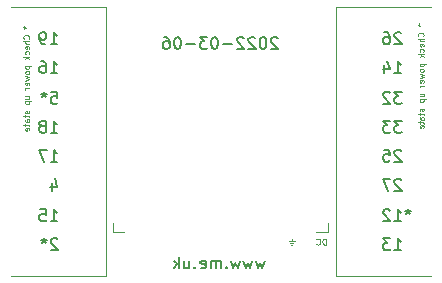
<source format=gbr>
%TF.GenerationSoftware,KiCad,Pcbnew,(6.0.10-0)*%
%TF.CreationDate,2023-01-05T15:56:50+00:00*%
%TF.ProjectId,Generic2,47656e65-7269-4633-922e-6b696361645f,1*%
%TF.SameCoordinates,Original*%
%TF.FileFunction,Legend,Bot*%
%TF.FilePolarity,Positive*%
%FSLAX46Y46*%
G04 Gerber Fmt 4.6, Leading zero omitted, Abs format (unit mm)*
G04 Created by KiCad (PCBNEW (6.0.10-0)) date 2023-01-05 15:56:50*
%MOMM*%
%LPD*%
G01*
G04 APERTURE LIST*
%ADD10C,0.150000*%
%ADD11C,0.100000*%
%ADD12C,0.080000*%
%ADD13C,0.120000*%
G04 APERTURE END LIST*
D10*
X163011785Y-99547619D02*
X162964166Y-99500000D01*
X162868928Y-99452380D01*
X162630833Y-99452380D01*
X162535595Y-99500000D01*
X162487976Y-99547619D01*
X162440357Y-99642857D01*
X162440357Y-99738095D01*
X162487976Y-99880952D01*
X163059404Y-100452380D01*
X162440357Y-100452380D01*
X161535595Y-99452380D02*
X162011785Y-99452380D01*
X162059404Y-99928571D01*
X162011785Y-99880952D01*
X161916547Y-99833333D01*
X161678452Y-99833333D01*
X161583214Y-99880952D01*
X161535595Y-99928571D01*
X161487976Y-100023809D01*
X161487976Y-100261904D01*
X161535595Y-100357142D01*
X161583214Y-100404761D01*
X161678452Y-100452380D01*
X161916547Y-100452380D01*
X162011785Y-100404761D01*
X162059404Y-100357142D01*
X133340595Y-105502380D02*
X133912023Y-105502380D01*
X133626309Y-105502380D02*
X133626309Y-104502380D01*
X133721547Y-104645238D01*
X133816785Y-104740476D01*
X133912023Y-104788095D01*
X132435833Y-104502380D02*
X132912023Y-104502380D01*
X132959642Y-104978571D01*
X132912023Y-104930952D01*
X132816785Y-104883333D01*
X132578690Y-104883333D01*
X132483452Y-104930952D01*
X132435833Y-104978571D01*
X132388214Y-105073809D01*
X132388214Y-105311904D01*
X132435833Y-105407142D01*
X132483452Y-105454761D01*
X132578690Y-105502380D01*
X132816785Y-105502380D01*
X132912023Y-105454761D01*
X132959642Y-105407142D01*
X133340595Y-92952380D02*
X133912023Y-92952380D01*
X133626309Y-92952380D02*
X133626309Y-91952380D01*
X133721547Y-92095238D01*
X133816785Y-92190476D01*
X133912023Y-92238095D01*
X132483452Y-91952380D02*
X132673928Y-91952380D01*
X132769166Y-92000000D01*
X132816785Y-92047619D01*
X132912023Y-92190476D01*
X132959642Y-92380952D01*
X132959642Y-92761904D01*
X132912023Y-92857142D01*
X132864404Y-92904761D01*
X132769166Y-92952380D01*
X132578690Y-92952380D01*
X132483452Y-92904761D01*
X132435833Y-92857142D01*
X132388214Y-92761904D01*
X132388214Y-92523809D01*
X132435833Y-92428571D01*
X132483452Y-92380952D01*
X132578690Y-92333333D01*
X132769166Y-92333333D01*
X132864404Y-92380952D01*
X132912023Y-92428571D01*
X132959642Y-92523809D01*
X133388214Y-94552380D02*
X133864404Y-94552380D01*
X133912023Y-95028571D01*
X133864404Y-94980952D01*
X133769166Y-94933333D01*
X133531071Y-94933333D01*
X133435833Y-94980952D01*
X133388214Y-95028571D01*
X133340595Y-95123809D01*
X133340595Y-95361904D01*
X133388214Y-95457142D01*
X133435833Y-95504761D01*
X133531071Y-95552380D01*
X133769166Y-95552380D01*
X133864404Y-95504761D01*
X133912023Y-95457142D01*
X132769166Y-94552380D02*
X132769166Y-94790476D01*
X133007261Y-94695238D02*
X132769166Y-94790476D01*
X132531071Y-94695238D01*
X132912023Y-94980952D02*
X132769166Y-94790476D01*
X132626309Y-94980952D01*
X162440357Y-92952380D02*
X163011785Y-92952380D01*
X162726071Y-92952380D02*
X162726071Y-91952380D01*
X162821309Y-92095238D01*
X162916547Y-92190476D01*
X163011785Y-92238095D01*
X161583214Y-92285714D02*
X161583214Y-92952380D01*
X161821309Y-91904761D02*
X162059404Y-92619047D01*
X161440357Y-92619047D01*
D11*
X164426190Y-88866666D02*
X164545238Y-88866666D01*
X164497619Y-88747619D02*
X164545238Y-88866666D01*
X164497619Y-88985714D01*
X164640476Y-88795238D02*
X164545238Y-88866666D01*
X164640476Y-88938095D01*
X164878571Y-89842857D02*
X164902380Y-89819047D01*
X164926190Y-89747619D01*
X164926190Y-89700000D01*
X164902380Y-89628571D01*
X164854761Y-89580952D01*
X164807142Y-89557142D01*
X164711904Y-89533333D01*
X164640476Y-89533333D01*
X164545238Y-89557142D01*
X164497619Y-89580952D01*
X164450000Y-89628571D01*
X164426190Y-89700000D01*
X164426190Y-89747619D01*
X164450000Y-89819047D01*
X164473809Y-89842857D01*
X164926190Y-90057142D02*
X164426190Y-90057142D01*
X164926190Y-90271428D02*
X164664285Y-90271428D01*
X164616666Y-90247619D01*
X164592857Y-90200000D01*
X164592857Y-90128571D01*
X164616666Y-90080952D01*
X164640476Y-90057142D01*
X164902380Y-90700000D02*
X164926190Y-90652380D01*
X164926190Y-90557142D01*
X164902380Y-90509523D01*
X164854761Y-90485714D01*
X164664285Y-90485714D01*
X164616666Y-90509523D01*
X164592857Y-90557142D01*
X164592857Y-90652380D01*
X164616666Y-90700000D01*
X164664285Y-90723809D01*
X164711904Y-90723809D01*
X164759523Y-90485714D01*
X164902380Y-91152380D02*
X164926190Y-91104761D01*
X164926190Y-91009523D01*
X164902380Y-90961904D01*
X164878571Y-90938095D01*
X164830952Y-90914285D01*
X164688095Y-90914285D01*
X164640476Y-90938095D01*
X164616666Y-90961904D01*
X164592857Y-91009523D01*
X164592857Y-91104761D01*
X164616666Y-91152380D01*
X164926190Y-91366666D02*
X164426190Y-91366666D01*
X164735714Y-91414285D02*
X164926190Y-91557142D01*
X164592857Y-91557142D02*
X164783333Y-91366666D01*
X164592857Y-92152380D02*
X165092857Y-92152380D01*
X164616666Y-92152380D02*
X164592857Y-92200000D01*
X164592857Y-92295238D01*
X164616666Y-92342857D01*
X164640476Y-92366666D01*
X164688095Y-92390476D01*
X164830952Y-92390476D01*
X164878571Y-92366666D01*
X164902380Y-92342857D01*
X164926190Y-92295238D01*
X164926190Y-92200000D01*
X164902380Y-92152380D01*
X164926190Y-92676190D02*
X164902380Y-92628571D01*
X164878571Y-92604761D01*
X164830952Y-92580952D01*
X164688095Y-92580952D01*
X164640476Y-92604761D01*
X164616666Y-92628571D01*
X164592857Y-92676190D01*
X164592857Y-92747619D01*
X164616666Y-92795238D01*
X164640476Y-92819047D01*
X164688095Y-92842857D01*
X164830952Y-92842857D01*
X164878571Y-92819047D01*
X164902380Y-92795238D01*
X164926190Y-92747619D01*
X164926190Y-92676190D01*
X164592857Y-93009523D02*
X164926190Y-93104761D01*
X164688095Y-93200000D01*
X164926190Y-93295238D01*
X164592857Y-93390476D01*
X164902380Y-93771428D02*
X164926190Y-93723809D01*
X164926190Y-93628571D01*
X164902380Y-93580952D01*
X164854761Y-93557142D01*
X164664285Y-93557142D01*
X164616666Y-93580952D01*
X164592857Y-93628571D01*
X164592857Y-93723809D01*
X164616666Y-93771428D01*
X164664285Y-93795238D01*
X164711904Y-93795238D01*
X164759523Y-93557142D01*
X164926190Y-94009523D02*
X164592857Y-94009523D01*
X164688095Y-94009523D02*
X164640476Y-94033333D01*
X164616666Y-94057142D01*
X164592857Y-94104761D01*
X164592857Y-94152380D01*
X164592857Y-94914285D02*
X164926190Y-94914285D01*
X164592857Y-94700000D02*
X164854761Y-94700000D01*
X164902380Y-94723809D01*
X164926190Y-94771428D01*
X164926190Y-94842857D01*
X164902380Y-94890476D01*
X164878571Y-94914285D01*
X164592857Y-95152380D02*
X165092857Y-95152380D01*
X164616666Y-95152380D02*
X164592857Y-95200000D01*
X164592857Y-95295238D01*
X164616666Y-95342857D01*
X164640476Y-95366666D01*
X164688095Y-95390476D01*
X164830952Y-95390476D01*
X164878571Y-95366666D01*
X164902380Y-95342857D01*
X164926190Y-95295238D01*
X164926190Y-95200000D01*
X164902380Y-95152380D01*
X164902380Y-95961904D02*
X164926190Y-96009523D01*
X164926190Y-96104761D01*
X164902380Y-96152380D01*
X164854761Y-96176190D01*
X164830952Y-96176190D01*
X164783333Y-96152380D01*
X164759523Y-96104761D01*
X164759523Y-96033333D01*
X164735714Y-95985714D01*
X164688095Y-95961904D01*
X164664285Y-95961904D01*
X164616666Y-95985714D01*
X164592857Y-96033333D01*
X164592857Y-96104761D01*
X164616666Y-96152380D01*
X164592857Y-96319047D02*
X164592857Y-96509523D01*
X164426190Y-96390476D02*
X164854761Y-96390476D01*
X164902380Y-96414285D01*
X164926190Y-96461904D01*
X164926190Y-96509523D01*
X164926190Y-96890476D02*
X164664285Y-96890476D01*
X164616666Y-96866666D01*
X164592857Y-96819047D01*
X164592857Y-96723809D01*
X164616666Y-96676190D01*
X164902380Y-96890476D02*
X164926190Y-96842857D01*
X164926190Y-96723809D01*
X164902380Y-96676190D01*
X164854761Y-96652380D01*
X164807142Y-96652380D01*
X164759523Y-96676190D01*
X164735714Y-96723809D01*
X164735714Y-96842857D01*
X164711904Y-96890476D01*
X164592857Y-97057142D02*
X164592857Y-97247619D01*
X164426190Y-97128571D02*
X164854761Y-97128571D01*
X164902380Y-97152380D01*
X164926190Y-97200000D01*
X164926190Y-97247619D01*
X164902380Y-97604761D02*
X164926190Y-97557142D01*
X164926190Y-97461904D01*
X164902380Y-97414285D01*
X164854761Y-97390476D01*
X164664285Y-97390476D01*
X164616666Y-97414285D01*
X164592857Y-97461904D01*
X164592857Y-97557142D01*
X164616666Y-97604761D01*
X164664285Y-97628571D01*
X164711904Y-97628571D01*
X164759523Y-97390476D01*
D12*
X156630952Y-107476190D02*
X156630952Y-106976190D01*
X156511904Y-106976190D01*
X156440476Y-107000000D01*
X156392857Y-107047619D01*
X156369047Y-107095238D01*
X156345238Y-107190476D01*
X156345238Y-107261904D01*
X156369047Y-107357142D01*
X156392857Y-107404761D01*
X156440476Y-107452380D01*
X156511904Y-107476190D01*
X156630952Y-107476190D01*
X155845238Y-107428571D02*
X155869047Y-107452380D01*
X155940476Y-107476190D01*
X155988095Y-107476190D01*
X156059523Y-107452380D01*
X156107142Y-107404761D01*
X156130952Y-107357142D01*
X156154761Y-107261904D01*
X156154761Y-107190476D01*
X156130952Y-107095238D01*
X156107142Y-107047619D01*
X156059523Y-107000000D01*
X155988095Y-106976190D01*
X155940476Y-106976190D01*
X155869047Y-107000000D01*
X155845238Y-107023809D01*
D10*
X163011785Y-89597619D02*
X162964166Y-89550000D01*
X162868928Y-89502380D01*
X162630833Y-89502380D01*
X162535595Y-89550000D01*
X162487976Y-89597619D01*
X162440357Y-89692857D01*
X162440357Y-89788095D01*
X162487976Y-89930952D01*
X163059404Y-90502380D01*
X162440357Y-90502380D01*
X161583214Y-89502380D02*
X161773690Y-89502380D01*
X161868928Y-89550000D01*
X161916547Y-89597619D01*
X162011785Y-89740476D01*
X162059404Y-89930952D01*
X162059404Y-90311904D01*
X162011785Y-90407142D01*
X161964166Y-90454761D01*
X161868928Y-90502380D01*
X161678452Y-90502380D01*
X161583214Y-90454761D01*
X161535595Y-90407142D01*
X161487976Y-90311904D01*
X161487976Y-90073809D01*
X161535595Y-89978571D01*
X161583214Y-89930952D01*
X161678452Y-89883333D01*
X161868928Y-89883333D01*
X161964166Y-89930952D01*
X162011785Y-89978571D01*
X162059404Y-90073809D01*
X152557142Y-89997619D02*
X152509523Y-89950000D01*
X152414285Y-89902380D01*
X152176190Y-89902380D01*
X152080952Y-89950000D01*
X152033333Y-89997619D01*
X151985714Y-90092857D01*
X151985714Y-90188095D01*
X152033333Y-90330952D01*
X152604761Y-90902380D01*
X151985714Y-90902380D01*
X151366666Y-89902380D02*
X151271428Y-89902380D01*
X151176190Y-89950000D01*
X151128571Y-89997619D01*
X151080952Y-90092857D01*
X151033333Y-90283333D01*
X151033333Y-90521428D01*
X151080952Y-90711904D01*
X151128571Y-90807142D01*
X151176190Y-90854761D01*
X151271428Y-90902380D01*
X151366666Y-90902380D01*
X151461904Y-90854761D01*
X151509523Y-90807142D01*
X151557142Y-90711904D01*
X151604761Y-90521428D01*
X151604761Y-90283333D01*
X151557142Y-90092857D01*
X151509523Y-89997619D01*
X151461904Y-89950000D01*
X151366666Y-89902380D01*
X150652380Y-89997619D02*
X150604761Y-89950000D01*
X150509523Y-89902380D01*
X150271428Y-89902380D01*
X150176190Y-89950000D01*
X150128571Y-89997619D01*
X150080952Y-90092857D01*
X150080952Y-90188095D01*
X150128571Y-90330952D01*
X150700000Y-90902380D01*
X150080952Y-90902380D01*
X149700000Y-89997619D02*
X149652380Y-89950000D01*
X149557142Y-89902380D01*
X149319047Y-89902380D01*
X149223809Y-89950000D01*
X149176190Y-89997619D01*
X149128571Y-90092857D01*
X149128571Y-90188095D01*
X149176190Y-90330952D01*
X149747619Y-90902380D01*
X149128571Y-90902380D01*
X148700000Y-90521428D02*
X147938095Y-90521428D01*
X147271428Y-89902380D02*
X147176190Y-89902380D01*
X147080952Y-89950000D01*
X147033333Y-89997619D01*
X146985714Y-90092857D01*
X146938095Y-90283333D01*
X146938095Y-90521428D01*
X146985714Y-90711904D01*
X147033333Y-90807142D01*
X147080952Y-90854761D01*
X147176190Y-90902380D01*
X147271428Y-90902380D01*
X147366666Y-90854761D01*
X147414285Y-90807142D01*
X147461904Y-90711904D01*
X147509523Y-90521428D01*
X147509523Y-90283333D01*
X147461904Y-90092857D01*
X147414285Y-89997619D01*
X147366666Y-89950000D01*
X147271428Y-89902380D01*
X146604761Y-89902380D02*
X145985714Y-89902380D01*
X146319047Y-90283333D01*
X146176190Y-90283333D01*
X146080952Y-90330952D01*
X146033333Y-90378571D01*
X145985714Y-90473809D01*
X145985714Y-90711904D01*
X146033333Y-90807142D01*
X146080952Y-90854761D01*
X146176190Y-90902380D01*
X146461904Y-90902380D01*
X146557142Y-90854761D01*
X146604761Y-90807142D01*
X145557142Y-90521428D02*
X144795238Y-90521428D01*
X144128571Y-89902380D02*
X144033333Y-89902380D01*
X143938095Y-89950000D01*
X143890476Y-89997619D01*
X143842857Y-90092857D01*
X143795238Y-90283333D01*
X143795238Y-90521428D01*
X143842857Y-90711904D01*
X143890476Y-90807142D01*
X143938095Y-90854761D01*
X144033333Y-90902380D01*
X144128571Y-90902380D01*
X144223809Y-90854761D01*
X144271428Y-90807142D01*
X144319047Y-90711904D01*
X144366666Y-90521428D01*
X144366666Y-90283333D01*
X144319047Y-90092857D01*
X144271428Y-89997619D01*
X144223809Y-89950000D01*
X144128571Y-89902380D01*
X142938095Y-89902380D02*
X143128571Y-89902380D01*
X143223809Y-89950000D01*
X143271428Y-89997619D01*
X143366666Y-90140476D01*
X143414285Y-90330952D01*
X143414285Y-90711904D01*
X143366666Y-90807142D01*
X143319047Y-90854761D01*
X143223809Y-90902380D01*
X143033333Y-90902380D01*
X142938095Y-90854761D01*
X142890476Y-90807142D01*
X142842857Y-90711904D01*
X142842857Y-90473809D01*
X142890476Y-90378571D01*
X142938095Y-90330952D01*
X143033333Y-90283333D01*
X143223809Y-90283333D01*
X143319047Y-90330952D01*
X143366666Y-90378571D01*
X143414285Y-90473809D01*
X163059404Y-94552380D02*
X162440357Y-94552380D01*
X162773690Y-94933333D01*
X162630833Y-94933333D01*
X162535595Y-94980952D01*
X162487976Y-95028571D01*
X162440357Y-95123809D01*
X162440357Y-95361904D01*
X162487976Y-95457142D01*
X162535595Y-95504761D01*
X162630833Y-95552380D01*
X162916547Y-95552380D01*
X163011785Y-95504761D01*
X163059404Y-95457142D01*
X162059404Y-94647619D02*
X162011785Y-94600000D01*
X161916547Y-94552380D01*
X161678452Y-94552380D01*
X161583214Y-94600000D01*
X161535595Y-94647619D01*
X161487976Y-94742857D01*
X161487976Y-94838095D01*
X161535595Y-94980952D01*
X162107023Y-95552380D01*
X161487976Y-95552380D01*
X163011785Y-101997619D02*
X162964166Y-101950000D01*
X162868928Y-101902380D01*
X162630833Y-101902380D01*
X162535595Y-101950000D01*
X162487976Y-101997619D01*
X162440357Y-102092857D01*
X162440357Y-102188095D01*
X162487976Y-102330952D01*
X163059404Y-102902380D01*
X162440357Y-102902380D01*
X162107023Y-101902380D02*
X161440357Y-101902380D01*
X161868928Y-102902380D01*
X162440357Y-107952380D02*
X163011785Y-107952380D01*
X162726071Y-107952380D02*
X162726071Y-106952380D01*
X162821309Y-107095238D01*
X162916547Y-107190476D01*
X163011785Y-107238095D01*
X162107023Y-106952380D02*
X161487976Y-106952380D01*
X161821309Y-107333333D01*
X161678452Y-107333333D01*
X161583214Y-107380952D01*
X161535595Y-107428571D01*
X161487976Y-107523809D01*
X161487976Y-107761904D01*
X161535595Y-107857142D01*
X161583214Y-107904761D01*
X161678452Y-107952380D01*
X161964166Y-107952380D01*
X162059404Y-107904761D01*
X162107023Y-107857142D01*
X151457142Y-108835714D02*
X151266666Y-109502380D01*
X151076190Y-109026190D01*
X150885714Y-109502380D01*
X150695238Y-108835714D01*
X150409523Y-108835714D02*
X150219047Y-109502380D01*
X150028571Y-109026190D01*
X149838095Y-109502380D01*
X149647619Y-108835714D01*
X149361904Y-108835714D02*
X149171428Y-109502380D01*
X148980952Y-109026190D01*
X148790476Y-109502380D01*
X148600000Y-108835714D01*
X148219047Y-109407142D02*
X148171428Y-109454761D01*
X148219047Y-109502380D01*
X148266666Y-109454761D01*
X148219047Y-109407142D01*
X148219047Y-109502380D01*
X147742857Y-109502380D02*
X147742857Y-108835714D01*
X147742857Y-108930952D02*
X147695238Y-108883333D01*
X147600000Y-108835714D01*
X147457142Y-108835714D01*
X147361904Y-108883333D01*
X147314285Y-108978571D01*
X147314285Y-109502380D01*
X147314285Y-108978571D02*
X147266666Y-108883333D01*
X147171428Y-108835714D01*
X147028571Y-108835714D01*
X146933333Y-108883333D01*
X146885714Y-108978571D01*
X146885714Y-109502380D01*
X146028571Y-109454761D02*
X146123809Y-109502380D01*
X146314285Y-109502380D01*
X146409523Y-109454761D01*
X146457142Y-109359523D01*
X146457142Y-108978571D01*
X146409523Y-108883333D01*
X146314285Y-108835714D01*
X146123809Y-108835714D01*
X146028571Y-108883333D01*
X145980952Y-108978571D01*
X145980952Y-109073809D01*
X146457142Y-109169047D01*
X145552380Y-109407142D02*
X145504761Y-109454761D01*
X145552380Y-109502380D01*
X145600000Y-109454761D01*
X145552380Y-109407142D01*
X145552380Y-109502380D01*
X144647619Y-108835714D02*
X144647619Y-109502380D01*
X145076190Y-108835714D02*
X145076190Y-109359523D01*
X145028571Y-109454761D01*
X144933333Y-109502380D01*
X144790476Y-109502380D01*
X144695238Y-109454761D01*
X144647619Y-109407142D01*
X144171428Y-109502380D02*
X144171428Y-108502380D01*
X144076190Y-109121428D02*
X143790476Y-109502380D01*
X143790476Y-108835714D02*
X144171428Y-109216666D01*
X163059404Y-97002380D02*
X162440357Y-97002380D01*
X162773690Y-97383333D01*
X162630833Y-97383333D01*
X162535595Y-97430952D01*
X162487976Y-97478571D01*
X162440357Y-97573809D01*
X162440357Y-97811904D01*
X162487976Y-97907142D01*
X162535595Y-97954761D01*
X162630833Y-98002380D01*
X162916547Y-98002380D01*
X163011785Y-97954761D01*
X163059404Y-97907142D01*
X162107023Y-97002380D02*
X161487976Y-97002380D01*
X161821309Y-97383333D01*
X161678452Y-97383333D01*
X161583214Y-97430952D01*
X161535595Y-97478571D01*
X161487976Y-97573809D01*
X161487976Y-97811904D01*
X161535595Y-97907142D01*
X161583214Y-97954761D01*
X161678452Y-98002380D01*
X161964166Y-98002380D01*
X162059404Y-97954761D01*
X162107023Y-97907142D01*
X133340595Y-98002380D02*
X133912023Y-98002380D01*
X133626309Y-98002380D02*
X133626309Y-97002380D01*
X133721547Y-97145238D01*
X133816785Y-97240476D01*
X133912023Y-97288095D01*
X132769166Y-97430952D02*
X132864404Y-97383333D01*
X132912023Y-97335714D01*
X132959642Y-97240476D01*
X132959642Y-97192857D01*
X132912023Y-97097619D01*
X132864404Y-97050000D01*
X132769166Y-97002380D01*
X132578690Y-97002380D01*
X132483452Y-97050000D01*
X132435833Y-97097619D01*
X132388214Y-97192857D01*
X132388214Y-97240476D01*
X132435833Y-97335714D01*
X132483452Y-97383333D01*
X132578690Y-97430952D01*
X132769166Y-97430952D01*
X132864404Y-97478571D01*
X132912023Y-97526190D01*
X132959642Y-97621428D01*
X132959642Y-97811904D01*
X132912023Y-97907142D01*
X132864404Y-97954761D01*
X132769166Y-98002380D01*
X132578690Y-98002380D01*
X132483452Y-97954761D01*
X132435833Y-97907142D01*
X132388214Y-97811904D01*
X132388214Y-97621428D01*
X132435833Y-97526190D01*
X132483452Y-97478571D01*
X132578690Y-97430952D01*
D11*
X131026190Y-89066666D02*
X131145238Y-89066666D01*
X131097619Y-88947619D02*
X131145238Y-89066666D01*
X131097619Y-89185714D01*
X131240476Y-88995238D02*
X131145238Y-89066666D01*
X131240476Y-89138095D01*
X131478571Y-90042857D02*
X131502380Y-90019047D01*
X131526190Y-89947619D01*
X131526190Y-89900000D01*
X131502380Y-89828571D01*
X131454761Y-89780952D01*
X131407142Y-89757142D01*
X131311904Y-89733333D01*
X131240476Y-89733333D01*
X131145238Y-89757142D01*
X131097619Y-89780952D01*
X131050000Y-89828571D01*
X131026190Y-89900000D01*
X131026190Y-89947619D01*
X131050000Y-90019047D01*
X131073809Y-90042857D01*
X131526190Y-90257142D02*
X131026190Y-90257142D01*
X131526190Y-90471428D02*
X131264285Y-90471428D01*
X131216666Y-90447619D01*
X131192857Y-90400000D01*
X131192857Y-90328571D01*
X131216666Y-90280952D01*
X131240476Y-90257142D01*
X131502380Y-90900000D02*
X131526190Y-90852380D01*
X131526190Y-90757142D01*
X131502380Y-90709523D01*
X131454761Y-90685714D01*
X131264285Y-90685714D01*
X131216666Y-90709523D01*
X131192857Y-90757142D01*
X131192857Y-90852380D01*
X131216666Y-90900000D01*
X131264285Y-90923809D01*
X131311904Y-90923809D01*
X131359523Y-90685714D01*
X131502380Y-91352380D02*
X131526190Y-91304761D01*
X131526190Y-91209523D01*
X131502380Y-91161904D01*
X131478571Y-91138095D01*
X131430952Y-91114285D01*
X131288095Y-91114285D01*
X131240476Y-91138095D01*
X131216666Y-91161904D01*
X131192857Y-91209523D01*
X131192857Y-91304761D01*
X131216666Y-91352380D01*
X131526190Y-91566666D02*
X131026190Y-91566666D01*
X131335714Y-91614285D02*
X131526190Y-91757142D01*
X131192857Y-91757142D02*
X131383333Y-91566666D01*
X131192857Y-92352380D02*
X131692857Y-92352380D01*
X131216666Y-92352380D02*
X131192857Y-92400000D01*
X131192857Y-92495238D01*
X131216666Y-92542857D01*
X131240476Y-92566666D01*
X131288095Y-92590476D01*
X131430952Y-92590476D01*
X131478571Y-92566666D01*
X131502380Y-92542857D01*
X131526190Y-92495238D01*
X131526190Y-92400000D01*
X131502380Y-92352380D01*
X131526190Y-92876190D02*
X131502380Y-92828571D01*
X131478571Y-92804761D01*
X131430952Y-92780952D01*
X131288095Y-92780952D01*
X131240476Y-92804761D01*
X131216666Y-92828571D01*
X131192857Y-92876190D01*
X131192857Y-92947619D01*
X131216666Y-92995238D01*
X131240476Y-93019047D01*
X131288095Y-93042857D01*
X131430952Y-93042857D01*
X131478571Y-93019047D01*
X131502380Y-92995238D01*
X131526190Y-92947619D01*
X131526190Y-92876190D01*
X131192857Y-93209523D02*
X131526190Y-93304761D01*
X131288095Y-93400000D01*
X131526190Y-93495238D01*
X131192857Y-93590476D01*
X131502380Y-93971428D02*
X131526190Y-93923809D01*
X131526190Y-93828571D01*
X131502380Y-93780952D01*
X131454761Y-93757142D01*
X131264285Y-93757142D01*
X131216666Y-93780952D01*
X131192857Y-93828571D01*
X131192857Y-93923809D01*
X131216666Y-93971428D01*
X131264285Y-93995238D01*
X131311904Y-93995238D01*
X131359523Y-93757142D01*
X131526190Y-94209523D02*
X131192857Y-94209523D01*
X131288095Y-94209523D02*
X131240476Y-94233333D01*
X131216666Y-94257142D01*
X131192857Y-94304761D01*
X131192857Y-94352380D01*
X131192857Y-95114285D02*
X131526190Y-95114285D01*
X131192857Y-94900000D02*
X131454761Y-94900000D01*
X131502380Y-94923809D01*
X131526190Y-94971428D01*
X131526190Y-95042857D01*
X131502380Y-95090476D01*
X131478571Y-95114285D01*
X131192857Y-95352380D02*
X131692857Y-95352380D01*
X131216666Y-95352380D02*
X131192857Y-95400000D01*
X131192857Y-95495238D01*
X131216666Y-95542857D01*
X131240476Y-95566666D01*
X131288095Y-95590476D01*
X131430952Y-95590476D01*
X131478571Y-95566666D01*
X131502380Y-95542857D01*
X131526190Y-95495238D01*
X131526190Y-95400000D01*
X131502380Y-95352380D01*
X131502380Y-96161904D02*
X131526190Y-96209523D01*
X131526190Y-96304761D01*
X131502380Y-96352380D01*
X131454761Y-96376190D01*
X131430952Y-96376190D01*
X131383333Y-96352380D01*
X131359523Y-96304761D01*
X131359523Y-96233333D01*
X131335714Y-96185714D01*
X131288095Y-96161904D01*
X131264285Y-96161904D01*
X131216666Y-96185714D01*
X131192857Y-96233333D01*
X131192857Y-96304761D01*
X131216666Y-96352380D01*
X131192857Y-96519047D02*
X131192857Y-96709523D01*
X131026190Y-96590476D02*
X131454761Y-96590476D01*
X131502380Y-96614285D01*
X131526190Y-96661904D01*
X131526190Y-96709523D01*
X131526190Y-97090476D02*
X131264285Y-97090476D01*
X131216666Y-97066666D01*
X131192857Y-97019047D01*
X131192857Y-96923809D01*
X131216666Y-96876190D01*
X131502380Y-97090476D02*
X131526190Y-97042857D01*
X131526190Y-96923809D01*
X131502380Y-96876190D01*
X131454761Y-96852380D01*
X131407142Y-96852380D01*
X131359523Y-96876190D01*
X131335714Y-96923809D01*
X131335714Y-97042857D01*
X131311904Y-97090476D01*
X131192857Y-97257142D02*
X131192857Y-97447619D01*
X131026190Y-97328571D02*
X131454761Y-97328571D01*
X131502380Y-97352380D01*
X131526190Y-97400000D01*
X131526190Y-97447619D01*
X131502380Y-97804761D02*
X131526190Y-97757142D01*
X131526190Y-97661904D01*
X131502380Y-97614285D01*
X131454761Y-97590476D01*
X131264285Y-97590476D01*
X131216666Y-97614285D01*
X131192857Y-97661904D01*
X131192857Y-97757142D01*
X131216666Y-97804761D01*
X131264285Y-97828571D01*
X131311904Y-97828571D01*
X131359523Y-97590476D01*
D12*
X153988095Y-107190476D02*
X153511904Y-107190476D01*
X153892857Y-107333333D02*
X153607142Y-107333333D01*
X153750000Y-106976190D02*
X153750000Y-107190476D01*
X153702380Y-107476190D02*
X153797619Y-107476190D01*
D10*
X133340595Y-90502380D02*
X133912023Y-90502380D01*
X133626309Y-90502380D02*
X133626309Y-89502380D01*
X133721547Y-89645238D01*
X133816785Y-89740476D01*
X133912023Y-89788095D01*
X132864404Y-90502380D02*
X132673928Y-90502380D01*
X132578690Y-90454761D01*
X132531071Y-90407142D01*
X132435833Y-90264285D01*
X132388214Y-90073809D01*
X132388214Y-89692857D01*
X132435833Y-89597619D01*
X132483452Y-89550000D01*
X132578690Y-89502380D01*
X132769166Y-89502380D01*
X132864404Y-89550000D01*
X132912023Y-89597619D01*
X132959642Y-89692857D01*
X132959642Y-89930952D01*
X132912023Y-90026190D01*
X132864404Y-90073809D01*
X132769166Y-90121428D01*
X132578690Y-90121428D01*
X132483452Y-90073809D01*
X132435833Y-90026190D01*
X132388214Y-89930952D01*
X133435833Y-102235714D02*
X133435833Y-102902380D01*
X133673928Y-101854761D02*
X133912023Y-102569047D01*
X133292976Y-102569047D01*
X163583214Y-104502380D02*
X163583214Y-104740476D01*
X163821309Y-104645238D02*
X163583214Y-104740476D01*
X163345119Y-104645238D01*
X163726071Y-104930952D02*
X163583214Y-104740476D01*
X163440357Y-104930952D01*
X162440357Y-105502380D02*
X163011785Y-105502380D01*
X162726071Y-105502380D02*
X162726071Y-104502380D01*
X162821309Y-104645238D01*
X162916547Y-104740476D01*
X163011785Y-104788095D01*
X162059404Y-104597619D02*
X162011785Y-104550000D01*
X161916547Y-104502380D01*
X161678452Y-104502380D01*
X161583214Y-104550000D01*
X161535595Y-104597619D01*
X161487976Y-104692857D01*
X161487976Y-104788095D01*
X161535595Y-104930952D01*
X162107023Y-105502380D01*
X161487976Y-105502380D01*
X133340595Y-100452380D02*
X133912023Y-100452380D01*
X133626309Y-100452380D02*
X133626309Y-99452380D01*
X133721547Y-99595238D01*
X133816785Y-99690476D01*
X133912023Y-99738095D01*
X133007261Y-99452380D02*
X132340595Y-99452380D01*
X132769166Y-100452380D01*
X133912023Y-107047619D02*
X133864404Y-107000000D01*
X133769166Y-106952380D01*
X133531071Y-106952380D01*
X133435833Y-107000000D01*
X133388214Y-107047619D01*
X133340595Y-107142857D01*
X133340595Y-107238095D01*
X133388214Y-107380952D01*
X133959642Y-107952380D01*
X133340595Y-107952380D01*
X132769166Y-106952380D02*
X132769166Y-107190476D01*
X133007261Y-107095238D02*
X132769166Y-107190476D01*
X132531071Y-107095238D01*
X132912023Y-107380952D02*
X132769166Y-107190476D01*
X132626309Y-107380952D01*
D13*
%TO.C,U1*%
X156820000Y-106430000D02*
X155820000Y-106430000D01*
X156820000Y-105650000D02*
X156820000Y-106430000D01*
X138580000Y-105650000D02*
X138580000Y-106430000D01*
X138580000Y-106430000D02*
X139580000Y-106430000D01*
%TO.C,J1*%
X138000000Y-110100000D02*
X130000000Y-110100000D01*
X138000000Y-110100000D02*
X138000000Y-87400000D01*
X138000000Y-87400000D02*
X130000000Y-87400000D01*
%TO.C,J2*%
X157500000Y-110100000D02*
X165500000Y-110100000D01*
X157500000Y-87400000D02*
X157500000Y-110100000D01*
X157500000Y-87400000D02*
X165500000Y-87400000D01*
%TD*%
M02*

</source>
